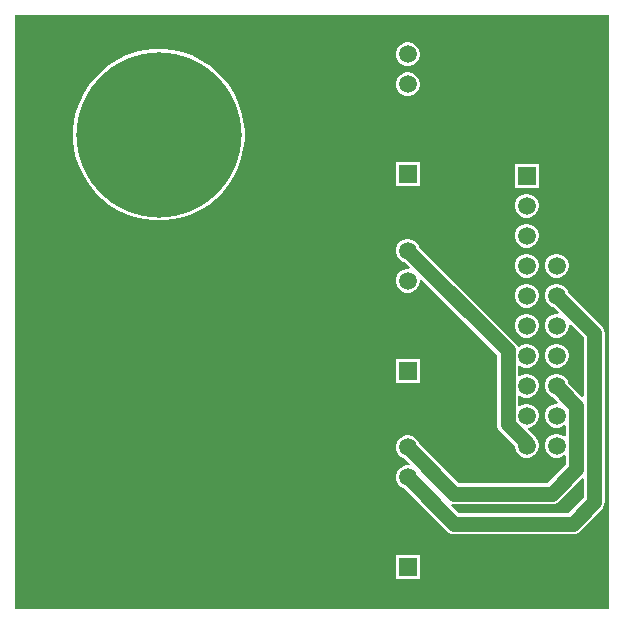
<source format=gbl>
G04*
G04 #@! TF.GenerationSoftware,Altium Limited,Altium Designer,23.2.1 (34)*
G04*
G04 Layer_Physical_Order=2*
G04 Layer_Color=16711680*
%FSLAX25Y25*%
%MOIN*%
G70*
G04*
G04 #@! TF.SameCoordinates,8498BAA7-9676-4981-84BE-4D8C7AE1AD3F*
G04*
G04*
G04 #@! TF.FilePolarity,Positive*
G04*
G01*
G75*
%ADD16C,0.05000*%
%ADD17C,0.03150*%
%ADD18C,0.05906*%
%ADD19R,0.05906X0.05906*%
%ADD20C,0.55118*%
G36*
X578500Y110500D02*
X380500D01*
Y308500D01*
X578500D01*
Y110500D01*
D02*
G37*
%LPC*%
G36*
X512020Y299453D02*
X510980D01*
X509974Y299183D01*
X509073Y298663D01*
X508337Y297927D01*
X507817Y297026D01*
X507547Y296020D01*
Y294980D01*
X507817Y293974D01*
X508337Y293073D01*
X509073Y292337D01*
X509974Y291817D01*
X510980Y291547D01*
X512020D01*
X513026Y291817D01*
X513927Y292337D01*
X514663Y293073D01*
X515183Y293974D01*
X515453Y294980D01*
Y296020D01*
X515183Y297026D01*
X514663Y297927D01*
X513927Y298663D01*
X513026Y299183D01*
X512020Y299453D01*
D02*
G37*
G36*
Y289453D02*
X510980D01*
X509974Y289183D01*
X509073Y288663D01*
X508337Y287927D01*
X507817Y287026D01*
X507547Y286020D01*
Y284980D01*
X507817Y283974D01*
X508337Y283073D01*
X509073Y282337D01*
X509974Y281817D01*
X510980Y281547D01*
X512020D01*
X513026Y281817D01*
X513927Y282337D01*
X514663Y283073D01*
X515183Y283974D01*
X515453Y284980D01*
Y286020D01*
X515183Y287026D01*
X514663Y287927D01*
X513927Y288663D01*
X513026Y289183D01*
X512020Y289453D01*
D02*
G37*
G36*
X515453Y259453D02*
X507547D01*
Y251547D01*
X515453D01*
Y259453D01*
D02*
G37*
G36*
X555134Y258953D02*
X547228D01*
Y251047D01*
X555134D01*
Y258953D01*
D02*
G37*
G36*
X551701Y248953D02*
X550661D01*
X549655Y248683D01*
X548754Y248163D01*
X548018Y247427D01*
X547498Y246526D01*
X547228Y245520D01*
Y244480D01*
X547498Y243474D01*
X548018Y242573D01*
X548754Y241837D01*
X549655Y241317D01*
X550661Y241047D01*
X551701D01*
X552707Y241317D01*
X553608Y241837D01*
X554344Y242573D01*
X554865Y243474D01*
X555134Y244480D01*
Y245520D01*
X554865Y246526D01*
X554344Y247427D01*
X553608Y248163D01*
X552707Y248683D01*
X551701Y248953D01*
D02*
G37*
G36*
X430104Y297189D02*
X426896D01*
X423709Y296830D01*
X420581Y296116D01*
X417554Y295057D01*
X414664Y293665D01*
X411948Y291958D01*
X409440Y289958D01*
X407172Y287690D01*
X405172Y285182D01*
X403465Y282466D01*
X402073Y279576D01*
X401014Y276549D01*
X400300Y273421D01*
X399941Y270234D01*
Y267026D01*
X400300Y263839D01*
X401014Y260711D01*
X402073Y257684D01*
X403465Y254794D01*
X405172Y252078D01*
X407172Y249570D01*
X409440Y247302D01*
X411948Y245302D01*
X414664Y243595D01*
X417554Y242203D01*
X420581Y241144D01*
X423709Y240430D01*
X426896Y240071D01*
X430104D01*
X433291Y240430D01*
X436419Y241144D01*
X439446Y242203D01*
X442336Y243595D01*
X445052Y245302D01*
X447560Y247302D01*
X449828Y249570D01*
X451828Y252078D01*
X453535Y254794D01*
X454927Y257684D01*
X455986Y260711D01*
X456700Y263839D01*
X457059Y267026D01*
Y270234D01*
X456700Y273421D01*
X455986Y276549D01*
X454927Y279576D01*
X453535Y282466D01*
X451828Y285182D01*
X449828Y287690D01*
X447560Y289958D01*
X445052Y291958D01*
X442336Y293665D01*
X439446Y295057D01*
X436419Y296116D01*
X433291Y296830D01*
X430104Y297189D01*
D02*
G37*
G36*
X551701Y238953D02*
X550661D01*
X549655Y238683D01*
X548754Y238163D01*
X548018Y237427D01*
X547498Y236526D01*
X547228Y235520D01*
Y234480D01*
X547498Y233474D01*
X548018Y232573D01*
X548754Y231837D01*
X549655Y231317D01*
X550661Y231047D01*
X551701D01*
X552707Y231317D01*
X553608Y231837D01*
X554344Y232573D01*
X554865Y233474D01*
X555134Y234480D01*
Y235520D01*
X554865Y236526D01*
X554344Y237427D01*
X553608Y238163D01*
X552707Y238683D01*
X551701Y238953D01*
D02*
G37*
G36*
X561701Y228953D02*
X560661D01*
X559655Y228683D01*
X558754Y228163D01*
X558018Y227427D01*
X557498Y226526D01*
X557228Y225520D01*
Y224480D01*
X557498Y223474D01*
X558018Y222573D01*
X558754Y221837D01*
X559655Y221317D01*
X560661Y221047D01*
X561701D01*
X562707Y221317D01*
X563608Y221837D01*
X564344Y222573D01*
X564864Y223474D01*
X565134Y224480D01*
Y225520D01*
X564864Y226526D01*
X564344Y227427D01*
X563608Y228163D01*
X562707Y228683D01*
X561701Y228953D01*
D02*
G37*
G36*
X551701D02*
X550661D01*
X549655Y228683D01*
X548754Y228163D01*
X548018Y227427D01*
X547498Y226526D01*
X547228Y225520D01*
Y224480D01*
X547498Y223474D01*
X548018Y222573D01*
X548754Y221837D01*
X549655Y221317D01*
X550661Y221047D01*
X551701D01*
X552707Y221317D01*
X553608Y221837D01*
X554344Y222573D01*
X554865Y223474D01*
X555134Y224480D01*
Y225520D01*
X554865Y226526D01*
X554344Y227427D01*
X553608Y228163D01*
X552707Y228683D01*
X551701Y228953D01*
D02*
G37*
G36*
Y218953D02*
X550661D01*
X549655Y218683D01*
X548754Y218163D01*
X548018Y217427D01*
X547498Y216526D01*
X547228Y215520D01*
Y214480D01*
X547498Y213474D01*
X548018Y212573D01*
X548754Y211837D01*
X549655Y211317D01*
X550661Y211047D01*
X551701D01*
X552707Y211317D01*
X553608Y211837D01*
X554344Y212573D01*
X554865Y213474D01*
X555134Y214480D01*
Y215520D01*
X554865Y216526D01*
X554344Y217427D01*
X553608Y218163D01*
X552707Y218683D01*
X551701Y218953D01*
D02*
G37*
G36*
Y208953D02*
X550661D01*
X549655Y208683D01*
X548754Y208163D01*
X548018Y207427D01*
X547498Y206526D01*
X547228Y205520D01*
Y204480D01*
X547498Y203474D01*
X548018Y202573D01*
X548754Y201837D01*
X549655Y201317D01*
X550661Y201047D01*
X551701D01*
X552707Y201317D01*
X553608Y201837D01*
X554344Y202573D01*
X554865Y203474D01*
X555134Y204480D01*
Y205520D01*
X554865Y206526D01*
X554344Y207427D01*
X553608Y208163D01*
X552707Y208683D01*
X551701Y208953D01*
D02*
G37*
G36*
X561701Y198953D02*
X560661D01*
X559655Y198683D01*
X558754Y198163D01*
X558018Y197427D01*
X557498Y196526D01*
X557228Y195520D01*
Y194480D01*
X557498Y193474D01*
X558018Y192573D01*
X558754Y191837D01*
X559655Y191317D01*
X560661Y191047D01*
X561701D01*
X562707Y191317D01*
X563608Y191837D01*
X564344Y192573D01*
X564864Y193474D01*
X565134Y194480D01*
Y195520D01*
X564864Y196526D01*
X564344Y197427D01*
X563608Y198163D01*
X562707Y198683D01*
X561701Y198953D01*
D02*
G37*
G36*
X512020Y233953D02*
X510980D01*
X509974Y233683D01*
X509073Y233163D01*
X508337Y232427D01*
X507817Y231526D01*
X507547Y230520D01*
Y229480D01*
X507817Y228474D01*
X508337Y227573D01*
X509073Y226837D01*
X509974Y226317D01*
X510270Y226237D01*
X512079Y224428D01*
X511848Y223953D01*
X510980D01*
X509974Y223683D01*
X509073Y223163D01*
X508337Y222427D01*
X507817Y221526D01*
X507547Y220520D01*
Y219480D01*
X507817Y218474D01*
X508337Y217573D01*
X509073Y216837D01*
X509974Y216317D01*
X510980Y216047D01*
X512020D01*
X513026Y216317D01*
X513927Y216837D01*
X514663Y217573D01*
X515183Y218474D01*
X515453Y219480D01*
Y220348D01*
X515928Y220579D01*
X541198Y195309D01*
Y172327D01*
X541318Y171414D01*
X541671Y170562D01*
X542232Y169831D01*
X547228Y164835D01*
Y164480D01*
X547498Y163474D01*
X548018Y162573D01*
X548754Y161837D01*
X549655Y161317D01*
X550661Y161047D01*
X551701D01*
X552707Y161317D01*
X553608Y161837D01*
X554344Y162573D01*
X554865Y163474D01*
X555134Y164480D01*
Y165520D01*
X554865Y166526D01*
X554344Y167427D01*
X554141Y167631D01*
X554065Y167813D01*
X553504Y168544D01*
X551463Y170585D01*
X551654Y171047D01*
X551701D01*
X552707Y171317D01*
X553608Y171837D01*
X554344Y172573D01*
X554865Y173474D01*
X555134Y174480D01*
Y175520D01*
X554865Y176526D01*
X554344Y177427D01*
X553608Y178163D01*
X552707Y178683D01*
X551701Y178953D01*
X550661D01*
X549655Y178683D01*
X548754Y178163D01*
X548721Y178129D01*
X548258Y178321D01*
Y181679D01*
X548721Y181871D01*
X548754Y181837D01*
X549655Y181317D01*
X550661Y181047D01*
X551701D01*
X552707Y181317D01*
X553608Y181837D01*
X554344Y182573D01*
X554865Y183474D01*
X555134Y184480D01*
Y185520D01*
X554865Y186526D01*
X554344Y187427D01*
X553608Y188163D01*
X552707Y188683D01*
X551701Y188953D01*
X550661D01*
X549655Y188683D01*
X548754Y188163D01*
X548721Y188129D01*
X548258Y188321D01*
Y191679D01*
X548721Y191871D01*
X548754Y191837D01*
X549655Y191317D01*
X550661Y191047D01*
X551701D01*
X552707Y191317D01*
X553608Y191837D01*
X554344Y192573D01*
X554865Y193474D01*
X555134Y194480D01*
Y195520D01*
X554865Y196526D01*
X554344Y197427D01*
X553608Y198163D01*
X552707Y198683D01*
X551701Y198953D01*
X550661D01*
X549655Y198683D01*
X548754Y198163D01*
X548561Y197970D01*
X547972Y198088D01*
X547786Y198537D01*
X547225Y199268D01*
X515263Y231230D01*
X515183Y231526D01*
X514663Y232427D01*
X513927Y233163D01*
X513026Y233683D01*
X512020Y233953D01*
D02*
G37*
G36*
X515453Y193953D02*
X507547D01*
Y186047D01*
X515453D01*
Y193953D01*
D02*
G37*
G36*
X561701Y218953D02*
X560661D01*
X559655Y218683D01*
X558754Y218163D01*
X558018Y217427D01*
X557498Y216526D01*
X557228Y215520D01*
Y214480D01*
X557498Y213474D01*
X558018Y212573D01*
X558754Y211837D01*
X559655Y211317D01*
X559951Y211237D01*
X561760Y209428D01*
X561529Y208953D01*
X560661D01*
X559655Y208683D01*
X558754Y208163D01*
X558018Y207427D01*
X557498Y206526D01*
X557228Y205520D01*
Y204480D01*
X557498Y203474D01*
X558018Y202573D01*
X558754Y201837D01*
X559655Y201317D01*
X560661Y201047D01*
X561701D01*
X562707Y201317D01*
X563608Y201837D01*
X564344Y202573D01*
X564864Y203474D01*
X565134Y204480D01*
Y205348D01*
X565610Y205579D01*
X570104Y201085D01*
Y181478D01*
X569642Y181287D01*
X565033Y185895D01*
X564864Y186526D01*
X564344Y187427D01*
X563608Y188163D01*
X562707Y188683D01*
X561701Y188953D01*
X560661D01*
X559655Y188683D01*
X558754Y188163D01*
X558018Y187427D01*
X557498Y186526D01*
X557228Y185520D01*
Y184480D01*
X557498Y183474D01*
X558018Y182573D01*
X558754Y181837D01*
X559588Y181355D01*
X561491Y179453D01*
X561284Y178953D01*
X560661D01*
X559655Y178683D01*
X558754Y178163D01*
X558018Y177427D01*
X557498Y176526D01*
X557228Y175520D01*
Y174480D01*
X557498Y173474D01*
X558018Y172573D01*
X558754Y171837D01*
X559655Y171317D01*
X560661Y171047D01*
X561701D01*
X562707Y171317D01*
X563608Y171837D01*
X563642Y171871D01*
X564104Y171679D01*
Y168321D01*
X563642Y168129D01*
X563608Y168163D01*
X562707Y168683D01*
X561701Y168953D01*
X560661D01*
X559655Y168683D01*
X558754Y168163D01*
X558018Y167427D01*
X557498Y166526D01*
X557228Y165520D01*
Y164480D01*
X557498Y163474D01*
X558018Y162573D01*
X558754Y161837D01*
X559655Y161317D01*
X560661Y161047D01*
X561701D01*
X562707Y161317D01*
X563608Y161837D01*
X563642Y161871D01*
X564104Y161679D01*
Y158596D01*
X558038Y152530D01*
X528462D01*
X515263Y165730D01*
X515183Y166026D01*
X514663Y166927D01*
X513927Y167663D01*
X513026Y168183D01*
X512020Y168453D01*
X510980D01*
X509974Y168183D01*
X509073Y167663D01*
X508337Y166927D01*
X507817Y166026D01*
X507547Y165020D01*
Y163980D01*
X507817Y162974D01*
X508337Y162073D01*
X509073Y161337D01*
X509974Y160817D01*
X510270Y160737D01*
X512079Y158928D01*
X511848Y158453D01*
X510980D01*
X509974Y158183D01*
X509073Y157663D01*
X508337Y156927D01*
X507817Y156026D01*
X507547Y155020D01*
Y153980D01*
X507817Y152974D01*
X508337Y152073D01*
X509073Y151337D01*
X509974Y150817D01*
X510270Y150737D01*
X524504Y136504D01*
X525235Y135943D01*
X526086Y135590D01*
X527000Y135470D01*
X566500D01*
X567414Y135590D01*
X568265Y135943D01*
X568996Y136504D01*
X576130Y143638D01*
X576691Y144369D01*
X577044Y145220D01*
X577164Y146134D01*
Y202547D01*
X577044Y203461D01*
X576691Y204312D01*
X576130Y205044D01*
X564944Y216230D01*
X564864Y216526D01*
X564344Y217427D01*
X563608Y218163D01*
X562707Y218683D01*
X561701Y218953D01*
D02*
G37*
G36*
X515453Y128453D02*
X507547D01*
Y120547D01*
X515453D01*
Y128453D01*
D02*
G37*
%LPD*%
G36*
X570104Y153958D02*
Y147596D01*
X565038Y142530D01*
X528462D01*
X525878Y145115D01*
X526074Y145554D01*
X526113Y145587D01*
X527000Y145470D01*
X559500D01*
X560414Y145590D01*
X561265Y145943D01*
X561996Y146504D01*
X569642Y154149D01*
X570104Y153958D01*
D02*
G37*
D16*
X511500Y230000D02*
X544728Y196772D01*
X551008Y165173D02*
Y166048D01*
Y165173D02*
X551181Y165000D01*
X544728Y172327D02*
X551008Y166048D01*
X544728Y172327D02*
Y196772D01*
X527000Y149000D02*
X559500D01*
X567634Y157134D01*
Y178302D01*
X511500Y164500D02*
X527000Y149000D01*
X573634Y146134D02*
Y202547D01*
X566500Y139000D02*
X573634Y146134D01*
X527000Y139000D02*
X566500D01*
X511500Y154500D02*
X527000Y139000D01*
X561181Y184755D02*
Y185000D01*
Y215000D02*
X573634Y202547D01*
X561181Y184755D02*
X567634Y178302D01*
D17*
X574500Y138500D02*
D03*
X569000Y133500D02*
D03*
X562500Y132000D02*
D03*
X556500D02*
D03*
X550000D02*
D03*
X541601Y131506D02*
D03*
X532500Y131500D02*
D03*
X525500Y132000D02*
D03*
X519500Y135500D02*
D03*
Y165000D02*
D03*
X523500Y161000D02*
D03*
X528500Y157000D02*
D03*
X534500Y155000D02*
D03*
X540000D02*
D03*
X552500Y157000D02*
D03*
X543000Y159500D02*
D03*
X542500Y165000D02*
D03*
X539000Y170000D02*
D03*
X538000Y177000D02*
D03*
X537440Y183581D02*
D03*
X534000Y189500D02*
D03*
X528000Y195000D02*
D03*
X523000Y200500D02*
D03*
X519500Y204500D02*
D03*
X543000Y207000D02*
D03*
X538000Y212000D02*
D03*
X532500Y217500D02*
D03*
X527500Y222000D02*
D03*
X524000Y225500D02*
D03*
X520000Y230500D02*
D03*
X552500Y264000D02*
D03*
X548500Y267500D02*
D03*
X543500Y272000D02*
D03*
X537500Y278500D02*
D03*
X528500Y280000D02*
D03*
X519500D02*
D03*
X575000Y267500D02*
D03*
X571000Y272000D02*
D03*
X566500Y276500D02*
D03*
X562000Y281500D02*
D03*
X558500Y285000D02*
D03*
X554500Y289000D02*
D03*
X550500Y293000D02*
D03*
X546500Y296500D02*
D03*
X542500Y300000D02*
D03*
X536500Y301500D02*
D03*
X530500D02*
D03*
X525000D02*
D03*
X519500D02*
D03*
D18*
X511500Y164500D02*
D03*
Y154500D02*
D03*
Y144500D02*
D03*
Y134500D02*
D03*
Y230000D02*
D03*
Y220000D02*
D03*
Y210000D02*
D03*
Y200000D02*
D03*
Y295500D02*
D03*
Y285500D02*
D03*
Y275500D02*
D03*
Y265500D02*
D03*
X561181Y255000D02*
D03*
X551181Y245000D02*
D03*
X561181D02*
D03*
X551181Y235000D02*
D03*
X561181D02*
D03*
X551181Y225000D02*
D03*
X561181D02*
D03*
X551181Y215000D02*
D03*
X561181D02*
D03*
X551181Y205000D02*
D03*
X561181D02*
D03*
X551181Y195000D02*
D03*
X561181D02*
D03*
X551181Y185000D02*
D03*
X561181D02*
D03*
X551181Y175000D02*
D03*
X561181D02*
D03*
X551181Y165000D02*
D03*
X561181D02*
D03*
D19*
X511500Y124500D02*
D03*
Y190000D02*
D03*
Y255500D02*
D03*
X551181Y255000D02*
D03*
D20*
X428500Y150520D02*
D03*
Y268630D02*
D03*
M02*

</source>
